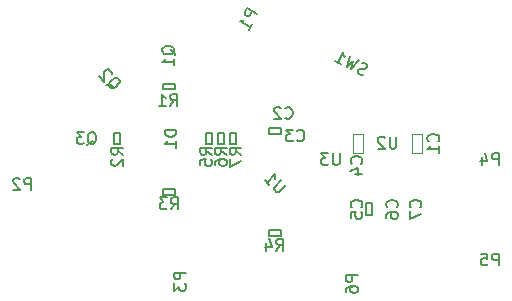
<source format=gbr>
G04 #@! TF.FileFunction,Other,Fab,Bot*
%FSLAX46Y46*%
G04 Gerber Fmt 4.6, Leading zero omitted, Abs format (unit mm)*
G04 Created by KiCad (PCBNEW 4.0.7-e2-6376~58~ubuntu14.04.1) date Wed Aug  8 14:24:41 2018*
%MOMM*%
%LPD*%
G01*
G04 APERTURE LIST*
%ADD10C,0.100000*%
%ADD11C,0.150000*%
G04 APERTURE END LIST*
D10*
X197600000Y-59200000D02*
X198400000Y-59200000D01*
X197600000Y-57600000D02*
X197600000Y-59200000D01*
X198400000Y-57600000D02*
X197600000Y-57600000D01*
X198400000Y-59200000D02*
X198400000Y-57600000D01*
X193400000Y-57600000D02*
X192600000Y-57600000D01*
X193400000Y-59200000D02*
X193400000Y-57600000D01*
X192600000Y-59200000D02*
X193400000Y-59200000D01*
X192600000Y-57600000D02*
X192600000Y-59200000D01*
D11*
X182650000Y-57500000D02*
X182150000Y-57500000D01*
X182650000Y-58500000D02*
X182650000Y-57500000D01*
X182150000Y-58500000D02*
X182650000Y-58500000D01*
X182150000Y-57500000D02*
X182150000Y-58500000D01*
X181650000Y-57500000D02*
X181150000Y-57500000D01*
X181650000Y-58500000D02*
X181650000Y-57500000D01*
X181150000Y-58500000D02*
X181650000Y-58500000D01*
X181150000Y-57500000D02*
X181150000Y-58500000D01*
X180650000Y-57500000D02*
X180150000Y-57500000D01*
X180650000Y-58500000D02*
X180650000Y-57500000D01*
X180150000Y-58500000D02*
X180650000Y-58500000D01*
X180150000Y-57500000D02*
X180150000Y-58500000D01*
X185500000Y-65750000D02*
X185500000Y-66250000D01*
X186500000Y-65750000D02*
X185500000Y-65750000D01*
X186500000Y-66250000D02*
X186500000Y-65750000D01*
X185500000Y-66250000D02*
X186500000Y-66250000D01*
X177500000Y-62750000D02*
X177500000Y-62250000D01*
X176500000Y-62750000D02*
X177500000Y-62750000D01*
X176500000Y-62250000D02*
X176500000Y-62750000D01*
X177500000Y-62250000D02*
X176500000Y-62250000D01*
X172850000Y-57500000D02*
X172350000Y-57500000D01*
X172850000Y-58500000D02*
X172850000Y-57500000D01*
X172350000Y-58500000D02*
X172850000Y-58500000D01*
X172350000Y-57500000D02*
X172350000Y-58500000D01*
X177500000Y-53850000D02*
X177500000Y-53350000D01*
X176500000Y-53850000D02*
X177500000Y-53850000D01*
X176500000Y-53350000D02*
X176500000Y-53850000D01*
X177500000Y-53350000D02*
X176500000Y-53350000D01*
X193690000Y-64490000D02*
X194190000Y-64490000D01*
X193690000Y-63490000D02*
X193690000Y-64490000D01*
X194190000Y-63490000D02*
X193690000Y-63490000D01*
X194190000Y-64490000D02*
X194190000Y-63490000D01*
X186515000Y-57640000D02*
X186515000Y-57140000D01*
X185515000Y-57640000D02*
X186515000Y-57640000D01*
X185515000Y-57140000D02*
X185515000Y-57640000D01*
X186515000Y-57140000D02*
X185515000Y-57140000D01*
X192992381Y-69551905D02*
X191992381Y-69551905D01*
X191992381Y-69932858D01*
X192040000Y-70028096D01*
X192087619Y-70075715D01*
X192182857Y-70123334D01*
X192325714Y-70123334D01*
X192420952Y-70075715D01*
X192468571Y-70028096D01*
X192516190Y-69932858D01*
X192516190Y-69551905D01*
X191992381Y-70980477D02*
X191992381Y-70790000D01*
X192040000Y-70694762D01*
X192087619Y-70647143D01*
X192230476Y-70551905D01*
X192420952Y-70504286D01*
X192801905Y-70504286D01*
X192897143Y-70551905D01*
X192944762Y-70599524D01*
X192992381Y-70694762D01*
X192992381Y-70885239D01*
X192944762Y-70980477D01*
X192897143Y-71028096D01*
X192801905Y-71075715D01*
X192563810Y-71075715D01*
X192468571Y-71028096D01*
X192420952Y-70980477D01*
X192373333Y-70885239D01*
X192373333Y-70694762D01*
X192420952Y-70599524D01*
X192468571Y-70551905D01*
X192563810Y-70504286D01*
X178452381Y-69361905D02*
X177452381Y-69361905D01*
X177452381Y-69742858D01*
X177500000Y-69838096D01*
X177547619Y-69885715D01*
X177642857Y-69933334D01*
X177785714Y-69933334D01*
X177880952Y-69885715D01*
X177928571Y-69838096D01*
X177976190Y-69742858D01*
X177976190Y-69361905D01*
X177452381Y-70266667D02*
X177452381Y-70885715D01*
X177833333Y-70552381D01*
X177833333Y-70695239D01*
X177880952Y-70790477D01*
X177928571Y-70838096D01*
X178023810Y-70885715D01*
X178261905Y-70885715D01*
X178357143Y-70838096D01*
X178404762Y-70790477D01*
X178452381Y-70695239D01*
X178452381Y-70409524D01*
X178404762Y-70314286D01*
X178357143Y-70266667D01*
X165338095Y-62352381D02*
X165338095Y-61352381D01*
X164957142Y-61352381D01*
X164861904Y-61400000D01*
X164814285Y-61447619D01*
X164766666Y-61542857D01*
X164766666Y-61685714D01*
X164814285Y-61780952D01*
X164861904Y-61828571D01*
X164957142Y-61876190D01*
X165338095Y-61876190D01*
X164385714Y-61447619D02*
X164338095Y-61400000D01*
X164242857Y-61352381D01*
X164004761Y-61352381D01*
X163909523Y-61400000D01*
X163861904Y-61447619D01*
X163814285Y-61542857D01*
X163814285Y-61638095D01*
X163861904Y-61780952D01*
X164433333Y-62352381D01*
X163814285Y-62352381D01*
X184474573Y-47442618D02*
X183591626Y-46973146D01*
X183412779Y-47309508D01*
X183410113Y-47415954D01*
X183429802Y-47480355D01*
X183491536Y-47567111D01*
X183617672Y-47634178D01*
X183724118Y-47636845D01*
X183788518Y-47617156D01*
X183875275Y-47555421D01*
X184054122Y-47219060D01*
X183759188Y-48788062D02*
X184027458Y-48283520D01*
X183893323Y-48535791D02*
X183010375Y-48066319D01*
X183181222Y-48049296D01*
X183310024Y-48009918D01*
X183396780Y-47948183D01*
X204928095Y-60242381D02*
X204928095Y-59242381D01*
X204547142Y-59242381D01*
X204451904Y-59290000D01*
X204404285Y-59337619D01*
X204356666Y-59432857D01*
X204356666Y-59575714D01*
X204404285Y-59670952D01*
X204451904Y-59718571D01*
X204547142Y-59766190D01*
X204928095Y-59766190D01*
X203499523Y-59575714D02*
X203499523Y-60242381D01*
X203737619Y-59194762D02*
X203975714Y-59909048D01*
X203356666Y-59909048D01*
X204928095Y-68742381D02*
X204928095Y-67742381D01*
X204547142Y-67742381D01*
X204451904Y-67790000D01*
X204404285Y-67837619D01*
X204356666Y-67932857D01*
X204356666Y-68075714D01*
X204404285Y-68170952D01*
X204451904Y-68218571D01*
X204547142Y-68266190D01*
X204928095Y-68266190D01*
X203451904Y-67742381D02*
X203928095Y-67742381D01*
X203975714Y-68218571D01*
X203928095Y-68170952D01*
X203832857Y-68123333D01*
X203594761Y-68123333D01*
X203499523Y-68170952D01*
X203451904Y-68218571D01*
X203404285Y-68313810D01*
X203404285Y-68551905D01*
X203451904Y-68647143D01*
X203499523Y-68694762D01*
X203594761Y-68742381D01*
X203832857Y-68742381D01*
X203928095Y-68694762D01*
X203975714Y-68647143D01*
X199797143Y-58233334D02*
X199844762Y-58185715D01*
X199892381Y-58042858D01*
X199892381Y-57947620D01*
X199844762Y-57804762D01*
X199749524Y-57709524D01*
X199654286Y-57661905D01*
X199463810Y-57614286D01*
X199320952Y-57614286D01*
X199130476Y-57661905D01*
X199035238Y-57709524D01*
X198940000Y-57804762D01*
X198892381Y-57947620D01*
X198892381Y-58042858D01*
X198940000Y-58185715D01*
X198987619Y-58233334D01*
X199892381Y-59185715D02*
X199892381Y-58614286D01*
X199892381Y-58900000D02*
X198892381Y-58900000D01*
X199035238Y-58804762D01*
X199130476Y-58709524D01*
X199178095Y-58614286D01*
X193297143Y-60123334D02*
X193344762Y-60075715D01*
X193392381Y-59932858D01*
X193392381Y-59837620D01*
X193344762Y-59694762D01*
X193249524Y-59599524D01*
X193154286Y-59551905D01*
X192963810Y-59504286D01*
X192820952Y-59504286D01*
X192630476Y-59551905D01*
X192535238Y-59599524D01*
X192440000Y-59694762D01*
X192392381Y-59837620D01*
X192392381Y-59932858D01*
X192440000Y-60075715D01*
X192487619Y-60123334D01*
X192725714Y-60980477D02*
X193392381Y-60980477D01*
X192344762Y-60742381D02*
X193059048Y-60504286D01*
X193059048Y-61123334D01*
X198297143Y-63833334D02*
X198344762Y-63785715D01*
X198392381Y-63642858D01*
X198392381Y-63547620D01*
X198344762Y-63404762D01*
X198249524Y-63309524D01*
X198154286Y-63261905D01*
X197963810Y-63214286D01*
X197820952Y-63214286D01*
X197630476Y-63261905D01*
X197535238Y-63309524D01*
X197440000Y-63404762D01*
X197392381Y-63547620D01*
X197392381Y-63642858D01*
X197440000Y-63785715D01*
X197487619Y-63833334D01*
X197392381Y-64166667D02*
X197392381Y-64833334D01*
X198392381Y-64404762D01*
X196297143Y-63833334D02*
X196344762Y-63785715D01*
X196392381Y-63642858D01*
X196392381Y-63547620D01*
X196344762Y-63404762D01*
X196249524Y-63309524D01*
X196154286Y-63261905D01*
X195963810Y-63214286D01*
X195820952Y-63214286D01*
X195630476Y-63261905D01*
X195535238Y-63309524D01*
X195440000Y-63404762D01*
X195392381Y-63547620D01*
X195392381Y-63642858D01*
X195440000Y-63785715D01*
X195487619Y-63833334D01*
X195392381Y-64690477D02*
X195392381Y-64500000D01*
X195440000Y-64404762D01*
X195487619Y-64357143D01*
X195630476Y-64261905D01*
X195820952Y-64214286D01*
X196201905Y-64214286D01*
X196297143Y-64261905D01*
X196344762Y-64309524D01*
X196392381Y-64404762D01*
X196392381Y-64595239D01*
X196344762Y-64690477D01*
X196297143Y-64738096D01*
X196201905Y-64785715D01*
X195963810Y-64785715D01*
X195868571Y-64738096D01*
X195820952Y-64690477D01*
X195773333Y-64595239D01*
X195773333Y-64404762D01*
X195820952Y-64309524D01*
X195868571Y-64261905D01*
X195963810Y-64214286D01*
X186856666Y-56257143D02*
X186904285Y-56304762D01*
X187047142Y-56352381D01*
X187142380Y-56352381D01*
X187285238Y-56304762D01*
X187380476Y-56209524D01*
X187428095Y-56114286D01*
X187475714Y-55923810D01*
X187475714Y-55780952D01*
X187428095Y-55590476D01*
X187380476Y-55495238D01*
X187285238Y-55400000D01*
X187142380Y-55352381D01*
X187047142Y-55352381D01*
X186904285Y-55400000D01*
X186856666Y-55447619D01*
X186475714Y-55447619D02*
X186428095Y-55400000D01*
X186332857Y-55352381D01*
X186094761Y-55352381D01*
X185999523Y-55400000D01*
X185951904Y-55447619D01*
X185904285Y-55542857D01*
X185904285Y-55638095D01*
X185951904Y-55780952D01*
X186523333Y-56352381D01*
X185904285Y-56352381D01*
X171680118Y-53454569D02*
X171781133Y-53488240D01*
X171915820Y-53488240D01*
X172117851Y-53488240D01*
X172218867Y-53521913D01*
X172286210Y-53589256D01*
X172084180Y-53723943D02*
X172185195Y-53757615D01*
X172319882Y-53757615D01*
X172488240Y-53656600D01*
X172723943Y-53420897D01*
X172824958Y-53252538D01*
X172824958Y-53117851D01*
X172791286Y-53016836D01*
X172656599Y-52882149D01*
X172555584Y-52848477D01*
X172420897Y-52848477D01*
X172252538Y-52949492D01*
X172016836Y-53185195D01*
X171915820Y-53353553D01*
X171915820Y-53488240D01*
X171949492Y-53589255D01*
X172084180Y-53723943D01*
X172151523Y-52511760D02*
X172151523Y-52444416D01*
X172117851Y-52343401D01*
X171949492Y-52175042D01*
X171848477Y-52141370D01*
X171781133Y-52141370D01*
X171680118Y-52175042D01*
X171612775Y-52242385D01*
X171545431Y-52377072D01*
X171545431Y-53185195D01*
X171107698Y-52747462D01*
X177547619Y-50904762D02*
X177500000Y-50809524D01*
X177404762Y-50714286D01*
X177261905Y-50571429D01*
X177214286Y-50476190D01*
X177214286Y-50380952D01*
X177452381Y-50428571D02*
X177404762Y-50333333D01*
X177309524Y-50238095D01*
X177119048Y-50190476D01*
X176785714Y-50190476D01*
X176595238Y-50238095D01*
X176500000Y-50333333D01*
X176452381Y-50428571D01*
X176452381Y-50619048D01*
X176500000Y-50714286D01*
X176595238Y-50809524D01*
X176785714Y-50857143D01*
X177119048Y-50857143D01*
X177309524Y-50809524D01*
X177404762Y-50714286D01*
X177452381Y-50619048D01*
X177452381Y-50428571D01*
X177452381Y-51809524D02*
X177452381Y-51238095D01*
X177452381Y-51523809D02*
X176452381Y-51523809D01*
X176595238Y-51428571D01*
X176690476Y-51333333D01*
X176738095Y-51238095D01*
X170095238Y-58547619D02*
X170190476Y-58500000D01*
X170285714Y-58404762D01*
X170428571Y-58261905D01*
X170523810Y-58214286D01*
X170619048Y-58214286D01*
X170571429Y-58452381D02*
X170666667Y-58404762D01*
X170761905Y-58309524D01*
X170809524Y-58119048D01*
X170809524Y-57785714D01*
X170761905Y-57595238D01*
X170666667Y-57500000D01*
X170571429Y-57452381D01*
X170380952Y-57452381D01*
X170285714Y-57500000D01*
X170190476Y-57595238D01*
X170142857Y-57785714D01*
X170142857Y-58119048D01*
X170190476Y-58309524D01*
X170285714Y-58404762D01*
X170380952Y-58452381D01*
X170571429Y-58452381D01*
X169809524Y-57452381D02*
X169190476Y-57452381D01*
X169523810Y-57833333D01*
X169380952Y-57833333D01*
X169285714Y-57880952D01*
X169238095Y-57928571D01*
X169190476Y-58023810D01*
X169190476Y-58261905D01*
X169238095Y-58357143D01*
X169285714Y-58404762D01*
X169380952Y-58452381D01*
X169666667Y-58452381D01*
X169761905Y-58404762D01*
X169809524Y-58357143D01*
X191451905Y-59242381D02*
X191451905Y-60051905D01*
X191404286Y-60147143D01*
X191356667Y-60194762D01*
X191261429Y-60242381D01*
X191070952Y-60242381D01*
X190975714Y-60194762D01*
X190928095Y-60147143D01*
X190880476Y-60051905D01*
X190880476Y-59242381D01*
X190499524Y-59242381D02*
X189880476Y-59242381D01*
X190213810Y-59623333D01*
X190070952Y-59623333D01*
X189975714Y-59670952D01*
X189928095Y-59718571D01*
X189880476Y-59813810D01*
X189880476Y-60051905D01*
X189928095Y-60147143D01*
X189975714Y-60194762D01*
X190070952Y-60242381D01*
X190356667Y-60242381D01*
X190451905Y-60194762D01*
X190499524Y-60147143D01*
X186925973Y-61951523D02*
X186353553Y-62523943D01*
X186252538Y-62557615D01*
X186185195Y-62557615D01*
X186084180Y-62523943D01*
X185949492Y-62389255D01*
X185915820Y-62288240D01*
X185915820Y-62220897D01*
X185949492Y-62119882D01*
X186521912Y-61547462D01*
X185107698Y-61547462D02*
X185511760Y-61951523D01*
X185309729Y-61749493D02*
X186016836Y-61042386D01*
X185983164Y-61210745D01*
X185983164Y-61345431D01*
X186016836Y-61446447D01*
X193421975Y-52641872D02*
X193273484Y-52616849D01*
X193063258Y-52505070D01*
X193001523Y-52418313D01*
X192981834Y-52353913D01*
X192984500Y-52247467D01*
X193029212Y-52163376D01*
X193115968Y-52101642D01*
X193180369Y-52081953D01*
X193286816Y-52084618D01*
X193477353Y-52131997D01*
X193583799Y-52134663D01*
X193648199Y-52114974D01*
X193734956Y-52053240D01*
X193779668Y-51969149D01*
X193782334Y-51862703D01*
X193762645Y-51798303D01*
X193700910Y-51711546D01*
X193490684Y-51599767D01*
X193342193Y-51574744D01*
X193070233Y-51376209D02*
X192390536Y-52147378D01*
X192557692Y-51427277D01*
X192054175Y-51968531D01*
X192313421Y-50973805D01*
X191045092Y-51431992D02*
X191549634Y-51700262D01*
X191297363Y-51566127D02*
X191766835Y-50683180D01*
X191783858Y-50854027D01*
X191823236Y-50982828D01*
X191884971Y-51069585D01*
X177642381Y-57261905D02*
X176642381Y-57261905D01*
X176642381Y-57500000D01*
X176690000Y-57642858D01*
X176785238Y-57738096D01*
X176880476Y-57785715D01*
X177070952Y-57833334D01*
X177213810Y-57833334D01*
X177404286Y-57785715D01*
X177499524Y-57738096D01*
X177594762Y-57642858D01*
X177642381Y-57500000D01*
X177642381Y-57261905D01*
X177642381Y-58785715D02*
X177642381Y-58214286D01*
X177642381Y-58500000D02*
X176642381Y-58500000D01*
X176785238Y-58404762D01*
X176880476Y-58309524D01*
X176928095Y-58214286D01*
X183142381Y-59373334D02*
X182666190Y-59040000D01*
X183142381Y-58801905D02*
X182142381Y-58801905D01*
X182142381Y-59182858D01*
X182190000Y-59278096D01*
X182237619Y-59325715D01*
X182332857Y-59373334D01*
X182475714Y-59373334D01*
X182570952Y-59325715D01*
X182618571Y-59278096D01*
X182666190Y-59182858D01*
X182666190Y-58801905D01*
X182142381Y-59706667D02*
X182142381Y-60373334D01*
X183142381Y-59944762D01*
X181892381Y-59373334D02*
X181416190Y-59040000D01*
X181892381Y-58801905D02*
X180892381Y-58801905D01*
X180892381Y-59182858D01*
X180940000Y-59278096D01*
X180987619Y-59325715D01*
X181082857Y-59373334D01*
X181225714Y-59373334D01*
X181320952Y-59325715D01*
X181368571Y-59278096D01*
X181416190Y-59182858D01*
X181416190Y-58801905D01*
X180892381Y-60230477D02*
X180892381Y-60040000D01*
X180940000Y-59944762D01*
X180987619Y-59897143D01*
X181130476Y-59801905D01*
X181320952Y-59754286D01*
X181701905Y-59754286D01*
X181797143Y-59801905D01*
X181844762Y-59849524D01*
X181892381Y-59944762D01*
X181892381Y-60135239D01*
X181844762Y-60230477D01*
X181797143Y-60278096D01*
X181701905Y-60325715D01*
X181463810Y-60325715D01*
X181368571Y-60278096D01*
X181320952Y-60230477D01*
X181273333Y-60135239D01*
X181273333Y-59944762D01*
X181320952Y-59849524D01*
X181368571Y-59801905D01*
X181463810Y-59754286D01*
X180642381Y-59373334D02*
X180166190Y-59040000D01*
X180642381Y-58801905D02*
X179642381Y-58801905D01*
X179642381Y-59182858D01*
X179690000Y-59278096D01*
X179737619Y-59325715D01*
X179832857Y-59373334D01*
X179975714Y-59373334D01*
X180070952Y-59325715D01*
X180118571Y-59278096D01*
X180166190Y-59182858D01*
X180166190Y-58801905D01*
X179642381Y-60278096D02*
X179642381Y-59801905D01*
X180118571Y-59754286D01*
X180070952Y-59801905D01*
X180023333Y-59897143D01*
X180023333Y-60135239D01*
X180070952Y-60230477D01*
X180118571Y-60278096D01*
X180213810Y-60325715D01*
X180451905Y-60325715D01*
X180547143Y-60278096D01*
X180594762Y-60230477D01*
X180642381Y-60135239D01*
X180642381Y-59897143D01*
X180594762Y-59801905D01*
X180547143Y-59754286D01*
X186106666Y-67492381D02*
X186440000Y-67016190D01*
X186678095Y-67492381D02*
X186678095Y-66492381D01*
X186297142Y-66492381D01*
X186201904Y-66540000D01*
X186154285Y-66587619D01*
X186106666Y-66682857D01*
X186106666Y-66825714D01*
X186154285Y-66920952D01*
X186201904Y-66968571D01*
X186297142Y-67016190D01*
X186678095Y-67016190D01*
X185249523Y-66825714D02*
X185249523Y-67492381D01*
X185487619Y-66444762D02*
X185725714Y-67159048D01*
X185106666Y-67159048D01*
X177166666Y-63992381D02*
X177500000Y-63516190D01*
X177738095Y-63992381D02*
X177738095Y-62992381D01*
X177357142Y-62992381D01*
X177261904Y-63040000D01*
X177214285Y-63087619D01*
X177166666Y-63182857D01*
X177166666Y-63325714D01*
X177214285Y-63420952D01*
X177261904Y-63468571D01*
X177357142Y-63516190D01*
X177738095Y-63516190D01*
X176833333Y-62992381D02*
X176214285Y-62992381D01*
X176547619Y-63373333D01*
X176404761Y-63373333D01*
X176309523Y-63420952D01*
X176261904Y-63468571D01*
X176214285Y-63563810D01*
X176214285Y-63801905D01*
X176261904Y-63897143D01*
X176309523Y-63944762D01*
X176404761Y-63992381D01*
X176690476Y-63992381D01*
X176785714Y-63944762D01*
X176833333Y-63897143D01*
X173142381Y-59373334D02*
X172666190Y-59040000D01*
X173142381Y-58801905D02*
X172142381Y-58801905D01*
X172142381Y-59182858D01*
X172190000Y-59278096D01*
X172237619Y-59325715D01*
X172332857Y-59373334D01*
X172475714Y-59373334D01*
X172570952Y-59325715D01*
X172618571Y-59278096D01*
X172666190Y-59182858D01*
X172666190Y-58801905D01*
X172237619Y-59754286D02*
X172190000Y-59801905D01*
X172142381Y-59897143D01*
X172142381Y-60135239D01*
X172190000Y-60230477D01*
X172237619Y-60278096D01*
X172332857Y-60325715D01*
X172428095Y-60325715D01*
X172570952Y-60278096D01*
X173142381Y-59706667D01*
X173142381Y-60325715D01*
X177106666Y-55242381D02*
X177440000Y-54766190D01*
X177678095Y-55242381D02*
X177678095Y-54242381D01*
X177297142Y-54242381D01*
X177201904Y-54290000D01*
X177154285Y-54337619D01*
X177106666Y-54432857D01*
X177106666Y-54575714D01*
X177154285Y-54670952D01*
X177201904Y-54718571D01*
X177297142Y-54766190D01*
X177678095Y-54766190D01*
X176154285Y-55242381D02*
X176725714Y-55242381D01*
X176440000Y-55242381D02*
X176440000Y-54242381D01*
X176535238Y-54385238D01*
X176630476Y-54480476D01*
X176725714Y-54528095D01*
X196261905Y-57852381D02*
X196261905Y-58661905D01*
X196214286Y-58757143D01*
X196166667Y-58804762D01*
X196071429Y-58852381D01*
X195880952Y-58852381D01*
X195785714Y-58804762D01*
X195738095Y-58757143D01*
X195690476Y-58661905D01*
X195690476Y-57852381D01*
X195261905Y-57947619D02*
X195214286Y-57900000D01*
X195119048Y-57852381D01*
X194880952Y-57852381D01*
X194785714Y-57900000D01*
X194738095Y-57947619D01*
X194690476Y-58042857D01*
X194690476Y-58138095D01*
X194738095Y-58280952D01*
X195309524Y-58852381D01*
X194690476Y-58852381D01*
X193297143Y-63823334D02*
X193344762Y-63775715D01*
X193392381Y-63632858D01*
X193392381Y-63537620D01*
X193344762Y-63394762D01*
X193249524Y-63299524D01*
X193154286Y-63251905D01*
X192963810Y-63204286D01*
X192820952Y-63204286D01*
X192630476Y-63251905D01*
X192535238Y-63299524D01*
X192440000Y-63394762D01*
X192392381Y-63537620D01*
X192392381Y-63632858D01*
X192440000Y-63775715D01*
X192487619Y-63823334D01*
X192392381Y-64728096D02*
X192392381Y-64251905D01*
X192868571Y-64204286D01*
X192820952Y-64251905D01*
X192773333Y-64347143D01*
X192773333Y-64585239D01*
X192820952Y-64680477D01*
X192868571Y-64728096D01*
X192963810Y-64775715D01*
X193201905Y-64775715D01*
X193297143Y-64728096D01*
X193344762Y-64680477D01*
X193392381Y-64585239D01*
X193392381Y-64347143D01*
X193344762Y-64251905D01*
X193297143Y-64204286D01*
X187856666Y-58147143D02*
X187904285Y-58194762D01*
X188047142Y-58242381D01*
X188142380Y-58242381D01*
X188285238Y-58194762D01*
X188380476Y-58099524D01*
X188428095Y-58004286D01*
X188475714Y-57813810D01*
X188475714Y-57670952D01*
X188428095Y-57480476D01*
X188380476Y-57385238D01*
X188285238Y-57290000D01*
X188142380Y-57242381D01*
X188047142Y-57242381D01*
X187904285Y-57290000D01*
X187856666Y-57337619D01*
X187523333Y-57242381D02*
X186904285Y-57242381D01*
X187237619Y-57623333D01*
X187094761Y-57623333D01*
X186999523Y-57670952D01*
X186951904Y-57718571D01*
X186904285Y-57813810D01*
X186904285Y-58051905D01*
X186951904Y-58147143D01*
X186999523Y-58194762D01*
X187094761Y-58242381D01*
X187380476Y-58242381D01*
X187475714Y-58194762D01*
X187523333Y-58147143D01*
M02*

</source>
